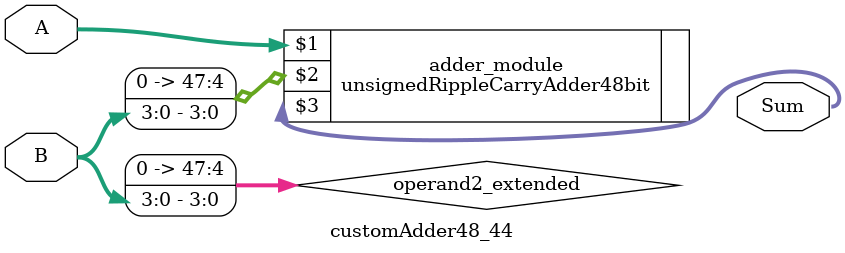
<source format=v>
module customAdder48_44(
                        input [47 : 0] A,
                        input [3 : 0] B,
                        
                        output [48 : 0] Sum
                );

        wire [47 : 0] operand2_extended;
        
        assign operand2_extended =  {44'b0, B};
        
        unsignedRippleCarryAdder48bit adder_module(
            A,
            operand2_extended,
            Sum
        );
        
        endmodule
        
</source>
